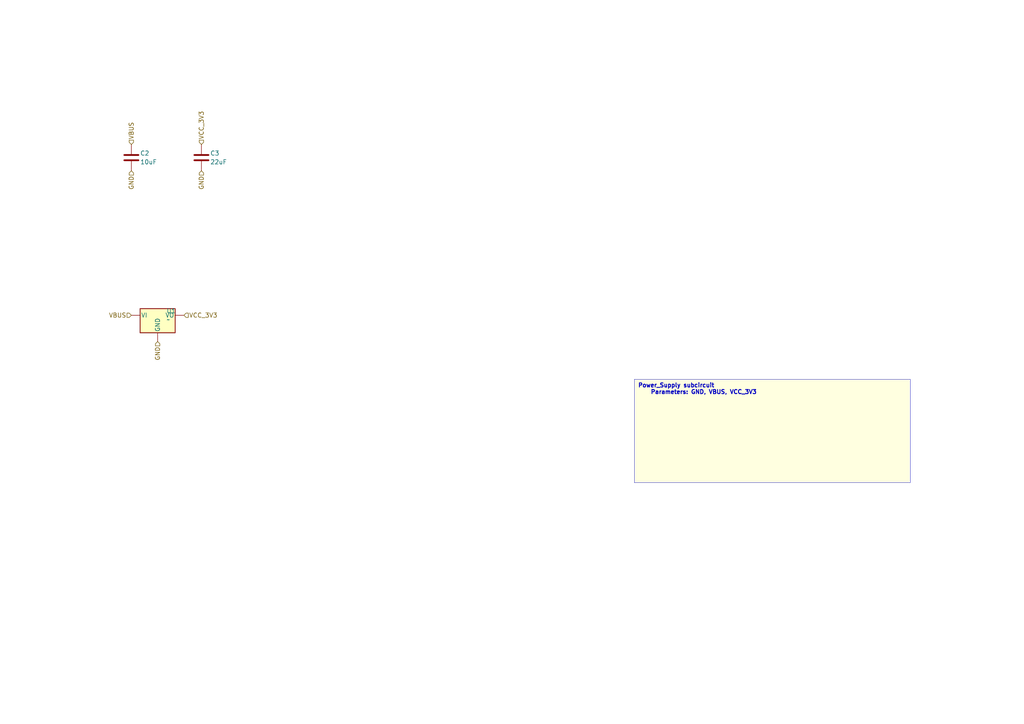
<source format=kicad_sch>
(kicad_sch (version 20250114) (generator "kicad_api") (generator_version 9.0)
  (paper A4)
  (paper A4)
  (lib_symbols
    (symbol "Device:C" (pin_numbers hide) (pin_names (offset 0.254))
      (property "Reference" "{'value': 'C', 'position': {'x': 0.635, 'y': 2.54, 'rotation': 0.0}, 'effects': {'font_size': [1.27, 1.27], 'justify': ['left']}}" (at 0.0 0.0 0))
      (property "Value" "{'value': 'C', 'position': {'x': 0.635, 'y': -2.54, 'rotation': 0.0}, 'effects': {'font_size': [1.27, 1.27], 'justify': ['left']}}" (at 0.0 0.0 0))
      (symbol "C_0_1"
        (polyline (pts (xy -2.032 0.762) (xy 2.032 0.762)) (stroke (width 0.508)))
        (polyline (pts (xy -2.032 -0.762) (xy 2.032 -0.762)) (stroke (width 0.508)))
      )
      (symbol "C_1_1"
        (pin passive line (at 0.0 3.81 270) (length 2.794) (name ~) (number "1"))
        (pin passive line (at 0.0 -3.81 90) (length 2.794) (name ~) (number "2"))
      )
    )
    (symbol "Regulator_Linear:AMS1117-3.3" (pin_numbers hide) (pin_names (offset 0.254))
      (property "Reference" "{'value': 'U', 'position': {'x': -3.81, 'y': 3.175, 'rotation': 0.0}, 'effects': {'font_size': [1.27, 1.27]}}" (at 0.0 0.0 0))
      (property "Value" "{'value': 'AMS1117-3.3', 'position': {'x': 0.0, 'y': 3.175, 'rotation': 0.0}, 'effects': {'font_size': [1.27, 1.27], 'justify': ['left']}}" (at 0.0 0.0 0))
      (symbol "AMS1117-3.3_0_1"
        (rectangle (start -5.08 -5.08) (end 5.08 1.905) (stroke (width 0.254)) (fill (type background)))
      )
      (symbol "AMS1117-3.3_1_1"
        (pin power_in line (at -7.62 0.0 0) (length 2.54) (name VI) (number "3"))
        (pin power_in line (at 0.0 -7.62 90) (length 2.54) (name GND) (number "1"))
        (pin power_out line (at 7.62 0.0 180) (length 2.54) (name VO) (number "2"))
      )
    )
  )
  (title_block (title Power_Supply) (date 2025-08-02) (company Circuit-Synth))
  (symbol (lib_id Device:C) (at 38.1 45.72 0)
    (property "Reference" "C2" (at 40.64 44.449999999999996 0) (effects (justify left)))
    (property "Value" "10uF" (at 40.64 46.99 0) (effects (justify left)))
    (property "Footprint" "Capacitor_SMD:C_0805_2012Metric" (effects (hide yes)))
    (instances (project "circuit" (path "" (reference C2) (unit 1))) (project "ESP32_C6_Dev_Board_generated" (path "" (reference C2) (unit 1))))
  )
  (symbol (lib_id Device:C) (at 58.42 45.72 0)
    (property "Reference" "C3" (at 60.96 44.449999999999996 0) (effects (justify left)))
    (property "Value" "22uF" (at 60.96 46.99 0) (effects (justify left)))
    (property "Footprint" "Capacitor_SMD:C_0805_2012Metric" (effects (hide yes)))
    (instances (project "circuit" (path "" (reference C3) (unit 1))) (project "ESP32_C6_Dev_Board_generated" (path "" (reference C3) (unit 1))))
  )
  (symbol (lib_id Regulator_Linear:AMS1117-3.3) (at 45.72 91.44 0)
    (property "Reference" "U1" (at 48.26 90.17 0) (effects (justify left)))
    (property "Value" "~" (at 48.26 92.71 0) (effects (justify left)))
    (property "Footprint" "Package_TO_SOT_SMD:SOT-223-3_TabPin2" (effects (hide yes)))
    (instances (project "circuit" (path "" (reference U1) (unit 1))) (project "ESP32_C6_Dev_Board_generated" (path "" (reference U1) (unit 1))))
  )
  (hierarchical_label VBUS (shape input) (at 38.1 41.91 90))
  (hierarchical_label VBUS (shape input) (at 38.1 91.44 180))
  (hierarchical_label GND (shape input) (at 38.1 49.53 270))
  (hierarchical_label GND (shape input) (at 58.42 49.53 270))
  (hierarchical_label GND (shape input) (at 45.72 99.06 270))
  (hierarchical_label VCC_3V3 (shape input) (at 58.42 41.91 90))
  (hierarchical_label VCC_3V3 (shape input) (at 53.339999999999996 91.44 0))
  (text_box "Power_Supply subcircuit\n    Parameters: GND, VBUS, VCC_3V3" (exclude_from_sim yes) (at 184.0 110.0 0) (size 80.0 30.0) (margins 1.0 1.0 1.0 1.0) (stroke (width 0.1)) (fill (type color) (color 255 255 224 1)) (effects (font (size 1.2 1.2) (thickness 0.254)) (justify left top)))
)
</source>
